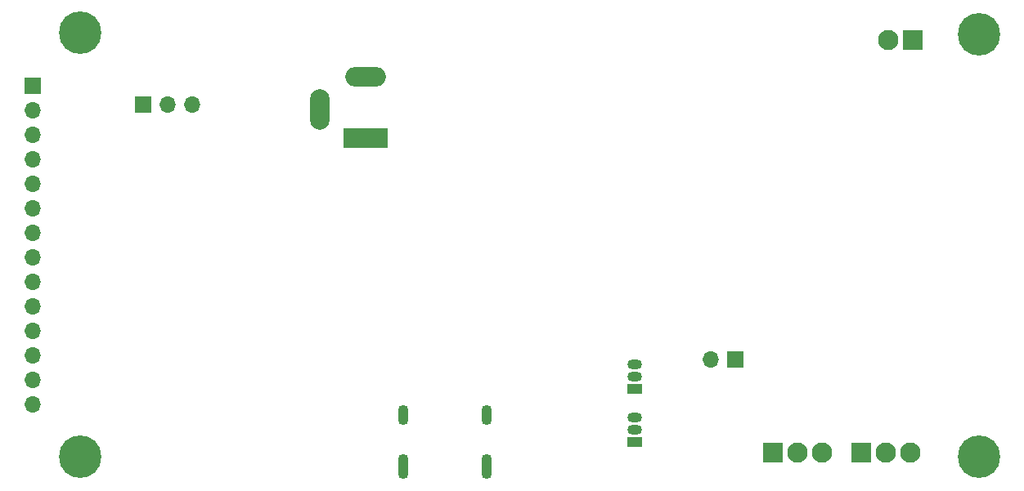
<source format=gbr>
%TF.GenerationSoftware,KiCad,Pcbnew,7.0.9*%
%TF.CreationDate,2024-01-24T14:37:03-05:00*%
%TF.ProjectId,FinalPcbLayout,46696e61-6c50-4636-924c-61796f75742e,rev?*%
%TF.SameCoordinates,Original*%
%TF.FileFunction,Soldermask,Bot*%
%TF.FilePolarity,Negative*%
%FSLAX46Y46*%
G04 Gerber Fmt 4.6, Leading zero omitted, Abs format (unit mm)*
G04 Created by KiCad (PCBNEW 7.0.9) date 2024-01-24 14:37:03*
%MOMM*%
%LPD*%
G01*
G04 APERTURE LIST*
%ADD10R,1.700000X1.700000*%
%ADD11O,1.700000X1.700000*%
%ADD12R,1.500000X1.050000*%
%ADD13O,1.500000X1.050000*%
%ADD14C,4.400000*%
%ADD15R,2.100000X2.100000*%
%ADD16C,2.100000*%
%ADD17O,1.100000X2.100000*%
%ADD18O,1.100000X2.600000*%
%ADD19R,4.600000X2.000000*%
%ADD20O,4.200000X2.000000*%
%ADD21O,2.000000X4.200000*%
G04 APERTURE END LIST*
D10*
%TO.C,J9*%
X93537800Y-89515800D03*
D11*
X96077800Y-89515800D03*
X98617800Y-89515800D03*
%TD*%
D12*
%TO.C,Q3*%
X144373600Y-124510800D03*
D13*
X144373600Y-123240800D03*
X144373600Y-121970800D03*
%TD*%
D14*
%TO.C,H4*%
X180000000Y-126000000D03*
%TD*%
D15*
%TO.C,J4*%
X158676000Y-125650000D03*
D16*
X161216000Y-125650000D03*
X163756000Y-125650000D03*
%TD*%
D10*
%TO.C,J6*%
X154840000Y-115957246D03*
D11*
X152300000Y-115957246D03*
%TD*%
D15*
%TO.C,SW1*%
X173200000Y-82900000D03*
D16*
X170660000Y-82900000D03*
%TD*%
D14*
%TO.C,H3*%
X180000000Y-82250000D03*
%TD*%
D15*
%TO.C,J2*%
X167820000Y-125650000D03*
D16*
X170360000Y-125650000D03*
X172900000Y-125650000D03*
%TD*%
D12*
%TO.C,Q2*%
X144373600Y-118973600D03*
D13*
X144373600Y-117703600D03*
X144373600Y-116433600D03*
%TD*%
D14*
%TO.C,H2*%
X86980000Y-126080000D03*
%TD*%
D10*
%TO.C,J7*%
X82070000Y-87590000D03*
D11*
X82070000Y-90130000D03*
X82070000Y-92670000D03*
X82070000Y-95210000D03*
X82070000Y-97750000D03*
X82070000Y-100290000D03*
X82070000Y-102830000D03*
X82070000Y-105370000D03*
X82070000Y-107910000D03*
X82070000Y-110450000D03*
X82070000Y-112990000D03*
X82070000Y-115530000D03*
X82070000Y-118070000D03*
X82070000Y-120610000D03*
%TD*%
D17*
%TO.C,J5*%
X120394000Y-121722400D03*
D18*
X120394000Y-127082400D03*
D17*
X129034000Y-121722400D03*
D18*
X129034000Y-127082400D03*
%TD*%
D19*
%TO.C,J3*%
X116560000Y-92980000D03*
D20*
X116560000Y-86680000D03*
D21*
X111760000Y-90080000D03*
%TD*%
D14*
%TO.C,H1*%
X87000000Y-82100000D03*
%TD*%
M02*

</source>
